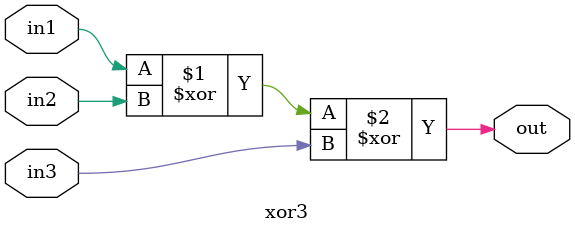
<source format=v>
/*
    CS/ECE 552 Spring '20
    Homework #1, Problem 2

    3 input XOR
*/
module xor3 (in1,in2,in3,out);
   input wire in1,in2,in3;
   output wire out;
   assign out = in1 ^ in2 ^ in3;
endmodule

</source>
